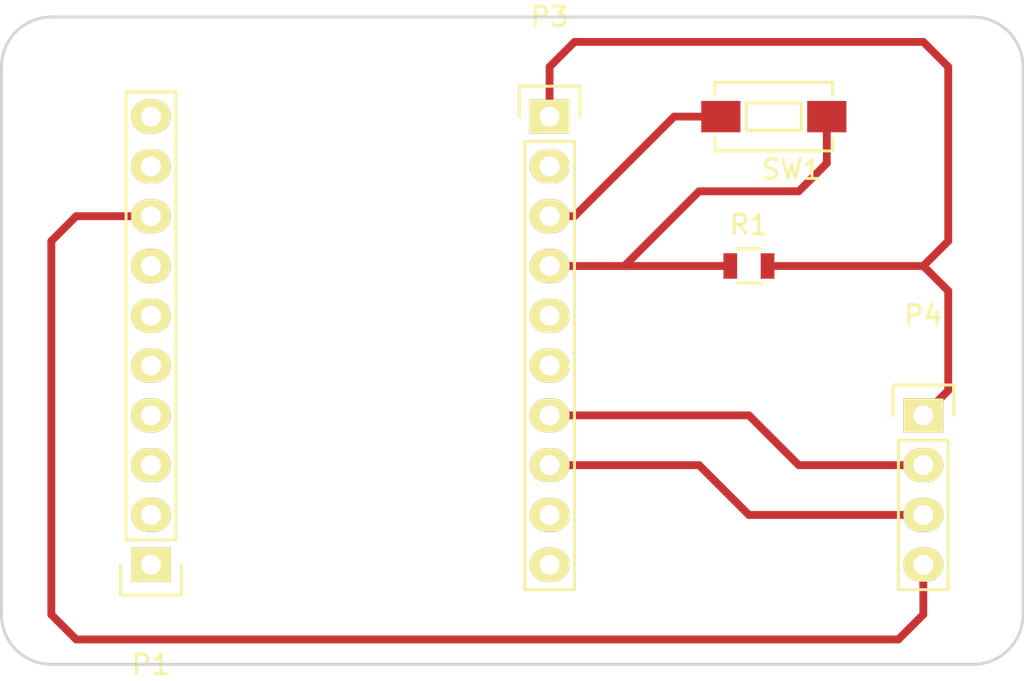
<source format=kicad_pcb>
(kicad_pcb (version 4) (host pcbnew 4.0.4-stable)

  (general
    (links 9)
    (no_connects 1)
    (area -119.455001 -85.165001 -67.234999 -51.994999)
    (thickness 1.6)
    (drawings 8)
    (tracks 35)
    (zones 0)
    (modules 5)
    (nets 20)
  )

  (page A4)
  (layers
    (0 F.Cu signal)
    (31 B.Cu signal)
    (32 B.Adhes user)
    (33 F.Adhes user)
    (34 B.Paste user)
    (35 F.Paste user)
    (36 B.SilkS user)
    (37 F.SilkS user)
    (38 B.Mask user)
    (39 F.Mask user)
    (40 Dwgs.User user)
    (41 Cmts.User user)
    (42 Eco1.User user)
    (43 Eco2.User user)
    (44 Edge.Cuts user)
    (45 Margin user)
    (46 B.CrtYd user)
    (47 F.CrtYd user)
    (48 B.Fab user)
    (49 F.Fab user)
  )

  (setup
    (last_trace_width 0.25)
    (trace_clearance 0.2)
    (zone_clearance 0.508)
    (zone_45_only no)
    (trace_min 0.2)
    (segment_width 0.2)
    (edge_width 0.15)
    (via_size 0.6)
    (via_drill 0.4)
    (via_min_size 0.4)
    (via_min_drill 0.3)
    (uvia_size 0.3)
    (uvia_drill 0.1)
    (uvias_allowed no)
    (uvia_min_size 0.2)
    (uvia_min_drill 0.1)
    (pcb_text_width 0.3)
    (pcb_text_size 1.5 1.5)
    (mod_edge_width 0.15)
    (mod_text_size 1 1)
    (mod_text_width 0.15)
    (pad_size 1.524 1.524)
    (pad_drill 0.762)
    (pad_to_mask_clearance 0.2)
    (aux_axis_origin 0 0)
    (visible_elements FFFEFF7F)
    (pcbplotparams
      (layerselection 0x01000_00000001)
      (usegerberextensions false)
      (excludeedgelayer true)
      (linewidth 0.100000)
      (plotframeref false)
      (viasonmask false)
      (mode 1)
      (useauxorigin false)
      (hpglpennumber 1)
      (hpglpenspeed 20)
      (hpglpendiameter 15)
      (hpglpenoverlay 2)
      (psnegative false)
      (psa4output false)
      (plotreference true)
      (plotvalue true)
      (plotinvisibletext false)
      (padsonsilk false)
      (subtractmaskfromsilk false)
      (outputformat 1)
      (mirror false)
      (drillshape 0)
      (scaleselection 1)
      (outputdirectory out3/))
  )

  (net 0 "")
  (net 1 "Net-(P1-Pad1)")
  (net 2 "Net-(P1-Pad2)")
  (net 3 "Net-(P1-Pad3)")
  (net 4 "Net-(P1-Pad4)")
  (net 5 "Net-(P1-Pad5)")
  (net 6 "Net-(P1-Pad7)")
  (net 7 "Net-(P1-Pad9)")
  (net 8 GND)
  (net 9 "Net-(P3-Pad9)")
  (net 10 "Net-(P3-Pad10)")
  (net 11 "Net-(P1-Pad6)")
  (net 12 "Net-(P3-Pad2)")
  (net 13 15)
  (net 14 V+)
  (net 15 "Net-(P3-Pad5)")
  (net 16 "Net-(P3-Pad6)")
  (net 17 4-CLOCK)
  (net 18 5-DATA)
  (net 19 VCC)

  (net_class Default "This is the default net class."
    (clearance 0.2)
    (trace_width 0.25)
    (via_dia 0.6)
    (via_drill 0.4)
    (uvia_dia 0.3)
    (uvia_drill 0.1)
  )

  (net_class 0.4 ""
    (clearance 0.2)
    (trace_width 0.4)
    (via_dia 0.6)
    (via_drill 0.32)
    (uvia_dia 0.3)
    (uvia_drill 0.1)
    (add_net 15)
    (add_net 4-CLOCK)
    (add_net 5-DATA)
    (add_net GND)
    (add_net "Net-(P1-Pad1)")
    (add_net "Net-(P1-Pad2)")
    (add_net "Net-(P1-Pad3)")
    (add_net "Net-(P1-Pad4)")
    (add_net "Net-(P1-Pad5)")
    (add_net "Net-(P1-Pad6)")
    (add_net "Net-(P1-Pad7)")
    (add_net "Net-(P1-Pad9)")
    (add_net "Net-(P3-Pad10)")
    (add_net "Net-(P3-Pad2)")
    (add_net "Net-(P3-Pad5)")
    (add_net "Net-(P3-Pad6)")
    (add_net "Net-(P3-Pad9)")
    (add_net V+)
    (add_net VCC)
  )

  (module Pin_Headers:Pin_Header_Straight_1x04 (layer F.Cu) (tedit 0) (tstamp 580913B3)
    (at -72.39 -64.77)
    (descr "Through hole pin header")
    (tags "pin header")
    (path /580905C2)
    (fp_text reference P4 (at 0 -5.1) (layer F.SilkS)
      (effects (font (size 1 1) (thickness 0.15)))
    )
    (fp_text value CONN_01X04 (at 0 -3.1) (layer F.Fab)
      (effects (font (size 1 1) (thickness 0.15)))
    )
    (fp_line (start -1.75 -1.75) (end -1.75 9.4) (layer F.CrtYd) (width 0.05))
    (fp_line (start 1.75 -1.75) (end 1.75 9.4) (layer F.CrtYd) (width 0.05))
    (fp_line (start -1.75 -1.75) (end 1.75 -1.75) (layer F.CrtYd) (width 0.05))
    (fp_line (start -1.75 9.4) (end 1.75 9.4) (layer F.CrtYd) (width 0.05))
    (fp_line (start -1.27 1.27) (end -1.27 8.89) (layer F.SilkS) (width 0.15))
    (fp_line (start 1.27 1.27) (end 1.27 8.89) (layer F.SilkS) (width 0.15))
    (fp_line (start 1.55 -1.55) (end 1.55 0) (layer F.SilkS) (width 0.15))
    (fp_line (start -1.27 8.89) (end 1.27 8.89) (layer F.SilkS) (width 0.15))
    (fp_line (start 1.27 1.27) (end -1.27 1.27) (layer F.SilkS) (width 0.15))
    (fp_line (start -1.55 0) (end -1.55 -1.55) (layer F.SilkS) (width 0.15))
    (fp_line (start -1.55 -1.55) (end 1.55 -1.55) (layer F.SilkS) (width 0.15))
    (pad 1 thru_hole rect (at 0 0) (size 2.032 1.7272) (drill 1.016) (layers *.Cu *.Mask F.SilkS)
      (net 8 GND))
    (pad 2 thru_hole oval (at 0 2.54) (size 2.032 1.7272) (drill 1.016) (layers *.Cu *.Mask F.SilkS)
      (net 17 4-CLOCK))
    (pad 3 thru_hole oval (at 0 5.08) (size 2.032 1.7272) (drill 1.016) (layers *.Cu *.Mask F.SilkS)
      (net 18 5-DATA))
    (pad 4 thru_hole oval (at 0 7.62) (size 2.032 1.7272) (drill 1.016) (layers *.Cu *.Mask F.SilkS)
      (net 14 V+))
    (model Pin_Headers.3dshapes/Pin_Header_Straight_1x04.wrl
      (at (xyz 0 -0.15 0))
      (scale (xyz 1 1 1))
      (rotate (xyz 0 0 90))
    )
  )

  (module Pin_Headers:Pin_Header_Straight_1x10 (layer F.Cu) (tedit 0) (tstamp 58091374)
    (at -111.76 -57.15 180)
    (descr "Through hole pin header")
    (tags "pin header")
    (path /5808F590)
    (fp_text reference P1 (at 0 -5.1 180) (layer F.SilkS)
      (effects (font (size 1 1) (thickness 0.15)))
    )
    (fp_text value CONN_01X10 (at 0 -3.1 180) (layer F.Fab)
      (effects (font (size 1 1) (thickness 0.15)))
    )
    (fp_line (start -1.75 -1.75) (end -1.75 24.65) (layer F.CrtYd) (width 0.05))
    (fp_line (start 1.75 -1.75) (end 1.75 24.65) (layer F.CrtYd) (width 0.05))
    (fp_line (start -1.75 -1.75) (end 1.75 -1.75) (layer F.CrtYd) (width 0.05))
    (fp_line (start -1.75 24.65) (end 1.75 24.65) (layer F.CrtYd) (width 0.05))
    (fp_line (start 1.27 1.27) (end 1.27 24.13) (layer F.SilkS) (width 0.15))
    (fp_line (start 1.27 24.13) (end -1.27 24.13) (layer F.SilkS) (width 0.15))
    (fp_line (start -1.27 24.13) (end -1.27 1.27) (layer F.SilkS) (width 0.15))
    (fp_line (start 1.55 -1.55) (end 1.55 0) (layer F.SilkS) (width 0.15))
    (fp_line (start 1.27 1.27) (end -1.27 1.27) (layer F.SilkS) (width 0.15))
    (fp_line (start -1.55 0) (end -1.55 -1.55) (layer F.SilkS) (width 0.15))
    (fp_line (start -1.55 -1.55) (end 1.55 -1.55) (layer F.SilkS) (width 0.15))
    (pad 1 thru_hole rect (at 0 0 180) (size 2.032 1.7272) (drill 1.016) (layers *.Cu *.Mask F.SilkS)
      (net 1 "Net-(P1-Pad1)"))
    (pad 2 thru_hole oval (at 0 2.54 180) (size 2.032 1.7272) (drill 1.016) (layers *.Cu *.Mask F.SilkS)
      (net 2 "Net-(P1-Pad2)"))
    (pad 3 thru_hole oval (at 0 5.08 180) (size 2.032 1.7272) (drill 1.016) (layers *.Cu *.Mask F.SilkS)
      (net 3 "Net-(P1-Pad3)"))
    (pad 4 thru_hole oval (at 0 7.62 180) (size 2.032 1.7272) (drill 1.016) (layers *.Cu *.Mask F.SilkS)
      (net 4 "Net-(P1-Pad4)"))
    (pad 5 thru_hole oval (at 0 10.16 180) (size 2.032 1.7272) (drill 1.016) (layers *.Cu *.Mask F.SilkS)
      (net 5 "Net-(P1-Pad5)"))
    (pad 6 thru_hole oval (at 0 12.7 180) (size 2.032 1.7272) (drill 1.016) (layers *.Cu *.Mask F.SilkS)
      (net 11 "Net-(P1-Pad6)"))
    (pad 7 thru_hole oval (at 0 15.24 180) (size 2.032 1.7272) (drill 1.016) (layers *.Cu *.Mask F.SilkS)
      (net 6 "Net-(P1-Pad7)"))
    (pad 8 thru_hole oval (at 0 17.78 180) (size 2.032 1.7272) (drill 1.016) (layers *.Cu *.Mask F.SilkS)
      (net 14 V+))
    (pad 9 thru_hole oval (at 0 20.32 180) (size 2.032 1.7272) (drill 1.016) (layers *.Cu *.Mask F.SilkS)
      (net 7 "Net-(P1-Pad9)"))
    (pad 10 thru_hole oval (at 0 22.86 180) (size 2.032 1.7272) (drill 1.016) (layers *.Cu *.Mask F.SilkS)
      (net 8 GND))
    (model Pin_Headers.3dshapes/Pin_Header_Straight_1x10.wrl
      (at (xyz 0 -0.45 0))
      (scale (xyz 1 1 1))
      (rotate (xyz 0 0 90))
    )
  )

  (module Pin_Headers:Pin_Header_Straight_1x10 (layer F.Cu) (tedit 0) (tstamp 580913A0)
    (at -91.44 -80.01)
    (descr "Through hole pin header")
    (tags "pin header")
    (path /5808FADF)
    (fp_text reference P3 (at 0 -5.1) (layer F.SilkS)
      (effects (font (size 1 1) (thickness 0.15)))
    )
    (fp_text value CONN_01X10 (at 0 -3.1) (layer F.Fab)
      (effects (font (size 1 1) (thickness 0.15)))
    )
    (fp_line (start -1.75 -1.75) (end -1.75 24.65) (layer F.CrtYd) (width 0.05))
    (fp_line (start 1.75 -1.75) (end 1.75 24.65) (layer F.CrtYd) (width 0.05))
    (fp_line (start -1.75 -1.75) (end 1.75 -1.75) (layer F.CrtYd) (width 0.05))
    (fp_line (start -1.75 24.65) (end 1.75 24.65) (layer F.CrtYd) (width 0.05))
    (fp_line (start 1.27 1.27) (end 1.27 24.13) (layer F.SilkS) (width 0.15))
    (fp_line (start 1.27 24.13) (end -1.27 24.13) (layer F.SilkS) (width 0.15))
    (fp_line (start -1.27 24.13) (end -1.27 1.27) (layer F.SilkS) (width 0.15))
    (fp_line (start 1.55 -1.55) (end 1.55 0) (layer F.SilkS) (width 0.15))
    (fp_line (start 1.27 1.27) (end -1.27 1.27) (layer F.SilkS) (width 0.15))
    (fp_line (start -1.55 0) (end -1.55 -1.55) (layer F.SilkS) (width 0.15))
    (fp_line (start -1.55 -1.55) (end 1.55 -1.55) (layer F.SilkS) (width 0.15))
    (pad 1 thru_hole rect (at 0 0) (size 2.032 1.7272) (drill 1.016) (layers *.Cu *.Mask F.SilkS)
      (net 8 GND))
    (pad 2 thru_hole oval (at 0 2.54) (size 2.032 1.7272) (drill 1.016) (layers *.Cu *.Mask F.SilkS)
      (net 12 "Net-(P3-Pad2)"))
    (pad 3 thru_hole oval (at 0 5.08) (size 2.032 1.7272) (drill 1.016) (layers *.Cu *.Mask F.SilkS)
      (net 19 VCC))
    (pad 4 thru_hole oval (at 0 7.62) (size 2.032 1.7272) (drill 1.016) (layers *.Cu *.Mask F.SilkS)
      (net 13 15))
    (pad 5 thru_hole oval (at 0 10.16) (size 2.032 1.7272) (drill 1.016) (layers *.Cu *.Mask F.SilkS)
      (net 15 "Net-(P3-Pad5)"))
    (pad 6 thru_hole oval (at 0 12.7) (size 2.032 1.7272) (drill 1.016) (layers *.Cu *.Mask F.SilkS)
      (net 16 "Net-(P3-Pad6)"))
    (pad 7 thru_hole oval (at 0 15.24) (size 2.032 1.7272) (drill 1.016) (layers *.Cu *.Mask F.SilkS)
      (net 17 4-CLOCK))
    (pad 8 thru_hole oval (at 0 17.78) (size 2.032 1.7272) (drill 1.016) (layers *.Cu *.Mask F.SilkS)
      (net 18 5-DATA))
    (pad 9 thru_hole oval (at 0 20.32) (size 2.032 1.7272) (drill 1.016) (layers *.Cu *.Mask F.SilkS)
      (net 9 "Net-(P3-Pad9)"))
    (pad 10 thru_hole oval (at 0 22.86) (size 2.032 1.7272) (drill 1.016) (layers *.Cu *.Mask F.SilkS)
      (net 10 "Net-(P3-Pad10)"))
    (model Pin_Headers.3dshapes/Pin_Header_Straight_1x10.wrl
      (at (xyz 0 -0.45 0))
      (scale (xyz 1 1 1))
      (rotate (xyz 0 0 90))
    )
  )

  (module Resistors_SMD:R_0805 (layer F.Cu) (tedit 5415CDEB) (tstamp 580913BF)
    (at -81.28 -72.39)
    (descr "Resistor SMD 0805, reflow soldering, Vishay (see dcrcw.pdf)")
    (tags "resistor 0805")
    (path /5808FF31)
    (attr smd)
    (fp_text reference R1 (at 0 -2.1) (layer F.SilkS)
      (effects (font (size 1 1) (thickness 0.15)))
    )
    (fp_text value 10K (at 0 2.1) (layer F.Fab)
      (effects (font (size 1 1) (thickness 0.15)))
    )
    (fp_line (start -1.6 -1) (end 1.6 -1) (layer F.CrtYd) (width 0.05))
    (fp_line (start -1.6 1) (end 1.6 1) (layer F.CrtYd) (width 0.05))
    (fp_line (start -1.6 -1) (end -1.6 1) (layer F.CrtYd) (width 0.05))
    (fp_line (start 1.6 -1) (end 1.6 1) (layer F.CrtYd) (width 0.05))
    (fp_line (start 0.6 0.875) (end -0.6 0.875) (layer F.SilkS) (width 0.15))
    (fp_line (start -0.6 -0.875) (end 0.6 -0.875) (layer F.SilkS) (width 0.15))
    (pad 1 smd rect (at -0.95 0) (size 0.7 1.3) (layers F.Cu F.Paste F.Mask)
      (net 13 15))
    (pad 2 smd rect (at 0.95 0) (size 0.7 1.3) (layers F.Cu F.Paste F.Mask)
      (net 8 GND))
    (model Resistors_SMD.3dshapes/R_0805.wrl
      (at (xyz 0 0 0))
      (scale (xyz 1 1 1))
      (rotate (xyz 0 0 0))
    )
  )

  (module Buttons_Switches_SMD:SW_SPST_EVQPE1 (layer F.Cu) (tedit 5788B2FA) (tstamp 580913D3)
    (at -80.01 -80.01 180)
    (descr "Light Touch Switch")
    (path /58092A93)
    (attr smd)
    (fp_text reference SW1 (at -0.9 -2.7 180) (layer F.SilkS)
      (effects (font (size 1 1) (thickness 0.15)))
    )
    (fp_text value SPST (at 0 3 180) (layer F.Fab)
      (effects (font (size 1 1) (thickness 0.15)))
    )
    (fp_line (start -1.4 -0.7) (end 1.4 -0.7) (layer F.SilkS) (width 0.15))
    (fp_line (start 1.4 -0.7) (end 1.4 0.7) (layer F.SilkS) (width 0.15))
    (fp_line (start 1.4 0.7) (end -1.4 0.7) (layer F.SilkS) (width 0.15))
    (fp_line (start -1.4 0.7) (end -1.4 -0.7) (layer F.SilkS) (width 0.15))
    (fp_line (start -3.95 -2) (end 3.95 -2) (layer F.CrtYd) (width 0.05))
    (fp_line (start 3.95 -2) (end 3.95 2) (layer F.CrtYd) (width 0.05))
    (fp_line (start 3.95 2) (end -3.95 2) (layer F.CrtYd) (width 0.05))
    (fp_line (start -3.95 2) (end -3.95 -2) (layer F.CrtYd) (width 0.05))
    (fp_line (start 3 -1.75) (end 3 -1.1) (layer F.SilkS) (width 0.15))
    (fp_line (start 3 1.75) (end 3 1.1) (layer F.SilkS) (width 0.15))
    (fp_line (start -3 1.1) (end -3 1.75) (layer F.SilkS) (width 0.15))
    (fp_line (start -3 -1.75) (end -3 -1.1) (layer F.SilkS) (width 0.15))
    (fp_line (start 3 -1.75) (end -3 -1.75) (layer F.SilkS) (width 0.15))
    (fp_line (start -3 1.75) (end 3 1.75) (layer F.SilkS) (width 0.15))
    (pad 2 smd rect (at 2.7 0 180) (size 2 1.6) (layers F.Cu F.Paste F.Mask)
      (net 19 VCC))
    (pad 1 smd rect (at -2.7 0 180) (size 2 1.6) (layers F.Cu F.Paste F.Mask)
      (net 13 15))
  )

  (gr_line (start -69.85 -52.07) (end -116.84 -52.07) (angle 90) (layer Edge.Cuts) (width 0.15))
  (gr_line (start -116.84 -85.09) (end -69.85 -85.09) (angle 90) (layer Edge.Cuts) (width 0.15))
  (gr_arc (start -116.84 -82.55) (end -119.38 -82.55) (angle 90) (layer Edge.Cuts) (width 0.15))
  (gr_arc (start -116.84 -54.61) (end -116.84 -52.07) (angle 90) (layer Edge.Cuts) (width 0.15))
  (gr_arc (start -69.85 -54.61) (end -67.31 -54.61) (angle 90) (layer Edge.Cuts) (width 0.15))
  (gr_arc (start -69.85 -82.55) (end -69.85 -85.09) (angle 90) (layer Edge.Cuts) (width 0.15))
  (gr_line (start -67.31 -54.61) (end -67.31 -82.55) (angle 90) (layer Edge.Cuts) (width 0.15))
  (gr_line (start -119.38 -82.55) (end -119.38 -54.61) (angle 90) (layer Edge.Cuts) (width 0.15))

  (segment (start -72.39 -64.77) (end -71.12 -66.04) (width 0.4) (layer F.Cu) (net 8) (status 400000))
  (segment (start -71.12 -71.12) (end -72.39 -72.39) (width 0.4) (layer F.Cu) (net 8) (tstamp 580A8E16))
  (segment (start -71.12 -66.04) (end -71.12 -71.12) (width 0.4) (layer F.Cu) (net 8) (tstamp 580A8E0F))
  (segment (start -91.44 -80.01) (end -91.44 -82.55) (width 0.4) (layer F.Cu) (net 8))
  (segment (start -72.39 -72.39) (end -76.2 -72.39) (width 0.4) (layer F.Cu) (net 8) (tstamp 580A8D36))
  (segment (start -76.2 -72.39) (end -80.33 -72.39) (width 0.4) (layer F.Cu) (net 8) (tstamp 580A8D3C))
  (segment (start -71.12 -73.66) (end -72.39 -72.39) (width 0.4) (layer F.Cu) (net 8) (tstamp 580A8D35))
  (segment (start -71.12 -82.55) (end -71.12 -73.66) (width 0.4) (layer F.Cu) (net 8) (tstamp 580A8D34))
  (segment (start -72.39 -83.82) (end -71.12 -82.55) (width 0.4) (layer F.Cu) (net 8) (tstamp 580A8D33))
  (segment (start -90.17 -83.82) (end -72.39 -83.82) (width 0.4) (layer F.Cu) (net 8) (tstamp 580A8D32))
  (segment (start -91.44 -82.55) (end -90.17 -83.82) (width 0.4) (layer F.Cu) (net 8) (tstamp 580A8D31))
  (segment (start -77.31 -80.01) (end -77.31 -77.63) (width 0.4) (layer F.Cu) (net 13))
  (segment (start -83.82 -76.2) (end -87.63 -72.39) (width 0.4) (layer F.Cu) (net 13) (tstamp 580A8D9E))
  (segment (start -78.74 -76.2) (end -83.82 -76.2) (width 0.4) (layer F.Cu) (net 13) (tstamp 580A8D98))
  (segment (start -77.31 -77.63) (end -78.74 -76.2) (width 0.4) (layer F.Cu) (net 13) (tstamp 580A8D92))
  (segment (start -91.44 -72.39) (end -87.63 -72.39) (width 0.4) (layer F.Cu) (net 13))
  (segment (start -87.63 -72.39) (end -82.23 -72.39) (width 0.4) (layer F.Cu) (net 13) (tstamp 580A8DA3))
  (segment (start -82.23 -72.39) (end -82.55 -72.39) (width 0.4) (layer F.Cu) (net 13) (tstamp 580A8D85))
  (segment (start -82.55 -72.39) (end -82.23 -72.39) (width 0.4) (layer F.Cu) (net 13) (tstamp 580A8D8D))
  (segment (start -111.76 -74.93) (end -115.57 -74.93) (width 0.4) (layer F.Cu) (net 14) (status 400000))
  (segment (start -72.39 -54.61) (end -72.39 -57.15) (width 0.4) (layer F.Cu) (net 14) (tstamp 580A8E06) (status 800000))
  (segment (start -73.66 -53.34) (end -72.39 -54.61) (width 0.4) (layer F.Cu) (net 14) (tstamp 580A8E05))
  (segment (start -115.57 -53.34) (end -73.66 -53.34) (width 0.4) (layer F.Cu) (net 14) (tstamp 580A8E02))
  (segment (start -116.84 -54.61) (end -115.57 -53.34) (width 0.4) (layer F.Cu) (net 14) (tstamp 580A8E01))
  (segment (start -116.84 -73.66) (end -116.84 -54.61) (width 0.4) (layer F.Cu) (net 14) (tstamp 580A8DFF))
  (segment (start -115.57 -74.93) (end -116.84 -73.66) (width 0.4) (layer F.Cu) (net 14) (tstamp 580A8DFE))
  (segment (start -91.44 -64.77) (end -81.28 -64.77) (width 0.4) (layer F.Cu) (net 17) (status 400000))
  (segment (start -78.74 -62.23) (end -72.39 -62.23) (width 0.4) (layer F.Cu) (net 17) (tstamp 580A8E22) (status 800000))
  (segment (start -81.28 -64.77) (end -78.74 -62.23) (width 0.4) (layer F.Cu) (net 17) (tstamp 580A8E21))
  (segment (start -91.44 -62.23) (end -83.82 -62.23) (width 0.4) (layer F.Cu) (net 18) (status 400000))
  (segment (start -81.28 -59.69) (end -72.39 -59.69) (width 0.4) (layer F.Cu) (net 18) (tstamp 580A8E2B) (status 800000))
  (segment (start -83.82 -62.23) (end -81.28 -59.69) (width 0.4) (layer F.Cu) (net 18) (tstamp 580A8E2A))
  (segment (start -91.44 -74.93) (end -90.17 -74.93) (width 0.4) (layer F.Cu) (net 19))
  (segment (start -85.09 -80.01) (end -82.71 -80.01) (width 0.4) (layer F.Cu) (net 19) (tstamp 580A8D79))
  (segment (start -90.17 -74.93) (end -85.09 -80.01) (width 0.4) (layer F.Cu) (net 19) (tstamp 580A8D74))

)

</source>
